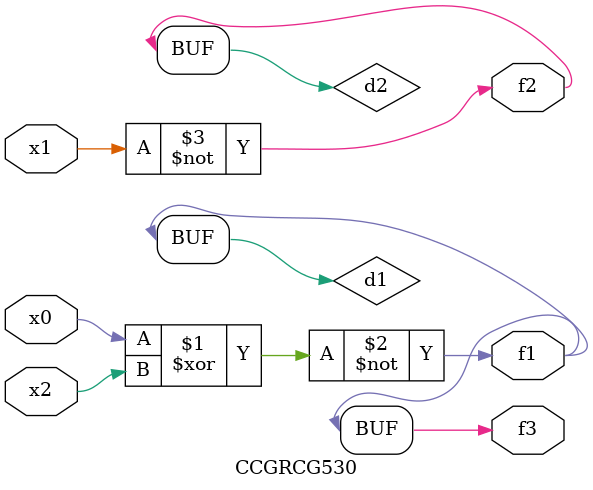
<source format=v>
module CCGRCG530(
	input x0, x1, x2,
	output f1, f2, f3
);

	wire d1, d2, d3;

	xnor (d1, x0, x2);
	nand (d2, x1);
	nor (d3, x1, x2);
	assign f1 = d1;
	assign f2 = d2;
	assign f3 = d1;
endmodule

</source>
